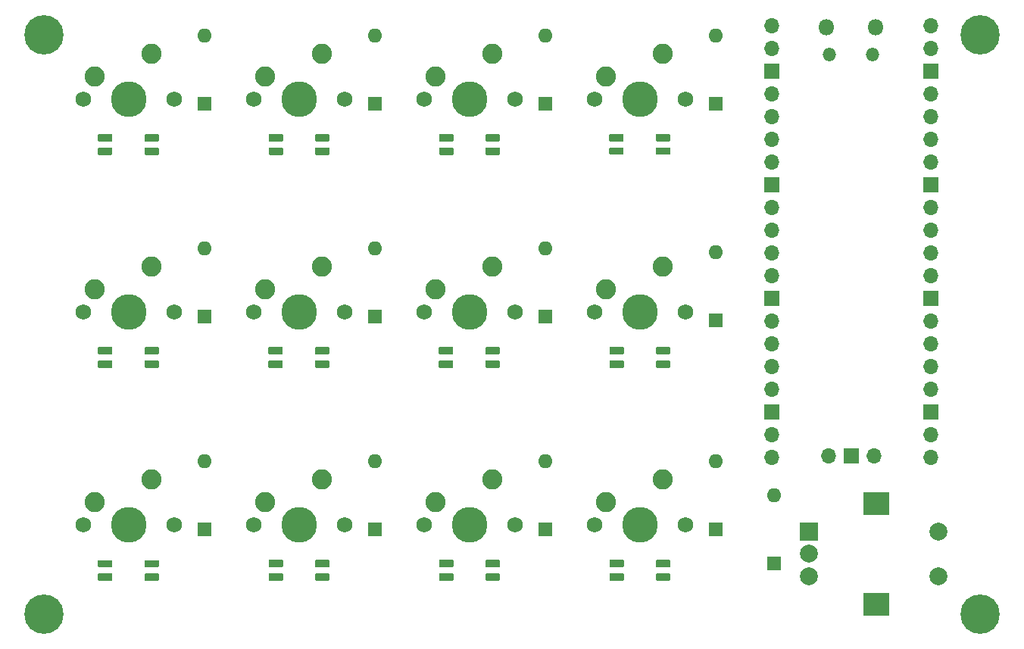
<source format=gbs>
G04 #@! TF.GenerationSoftware,KiCad,Pcbnew,(5.1.10)-1*
G04 #@! TF.CreationDate,2021-11-22T08:37:42+00:00*
G04 #@! TF.ProjectId,EnvMCRO,456e764d-4352-44f2-9e6b-696361645f70,rev?*
G04 #@! TF.SameCoordinates,Original*
G04 #@! TF.FileFunction,Soldermask,Bot*
G04 #@! TF.FilePolarity,Negative*
%FSLAX46Y46*%
G04 Gerber Fmt 4.6, Leading zero omitted, Abs format (unit mm)*
G04 Created by KiCad (PCBNEW (5.1.10)-1) date 2021-11-22 08:37:42*
%MOMM*%
%LPD*%
G01*
G04 APERTURE LIST*
%ADD10R,2.000000X2.000000*%
%ADD11C,2.000000*%
%ADD12R,3.000000X2.500000*%
%ADD13C,2.250000*%
%ADD14C,3.987800*%
%ADD15C,1.750000*%
%ADD16O,1.600000X1.600000*%
%ADD17R,1.600000X1.600000*%
%ADD18O,1.700000X1.700000*%
%ADD19R,1.700000X1.700000*%
%ADD20O,1.500000X1.500000*%
%ADD21O,1.800000X1.800000*%
%ADD22C,4.400000*%
G04 APERTURE END LIST*
G36*
G01*
X73453000Y-53190000D02*
X72017000Y-53190000D01*
G75*
G02*
X71935000Y-53108000I0J82000D01*
G01*
X71935000Y-52452000D01*
G75*
G02*
X72017000Y-52370000I82000J0D01*
G01*
X73453000Y-52370000D01*
G75*
G02*
X73535000Y-52452000I0J-82000D01*
G01*
X73535000Y-53108000D01*
G75*
G02*
X73453000Y-53190000I-82000J0D01*
G01*
G37*
G36*
G01*
X73453000Y-54690000D02*
X72017000Y-54690000D01*
G75*
G02*
X71935000Y-54608000I0J82000D01*
G01*
X71935000Y-53952000D01*
G75*
G02*
X72017000Y-53870000I82000J0D01*
G01*
X73453000Y-53870000D01*
G75*
G02*
X73535000Y-53952000I0J-82000D01*
G01*
X73535000Y-54608000D01*
G75*
G02*
X73453000Y-54690000I-82000J0D01*
G01*
G37*
G36*
G01*
X78653000Y-53190000D02*
X77217000Y-53190000D01*
G75*
G02*
X77135000Y-53108000I0J82000D01*
G01*
X77135000Y-52452000D01*
G75*
G02*
X77217000Y-52370000I82000J0D01*
G01*
X78653000Y-52370000D01*
G75*
G02*
X78735000Y-52452000I0J-82000D01*
G01*
X78735000Y-53108000D01*
G75*
G02*
X78653000Y-53190000I-82000J0D01*
G01*
G37*
G36*
G01*
X78653000Y-54690000D02*
X77217000Y-54690000D01*
G75*
G02*
X77135000Y-54608000I0J82000D01*
G01*
X77135000Y-53952000D01*
G75*
G02*
X77217000Y-53870000I82000J0D01*
G01*
X78653000Y-53870000D01*
G75*
G02*
X78735000Y-53952000I0J-82000D01*
G01*
X78735000Y-54608000D01*
G75*
G02*
X78653000Y-54690000I-82000J0D01*
G01*
G37*
G36*
G01*
X92518000Y-53190000D02*
X91082000Y-53190000D01*
G75*
G02*
X91000000Y-53108000I0J82000D01*
G01*
X91000000Y-52452000D01*
G75*
G02*
X91082000Y-52370000I82000J0D01*
G01*
X92518000Y-52370000D01*
G75*
G02*
X92600000Y-52452000I0J-82000D01*
G01*
X92600000Y-53108000D01*
G75*
G02*
X92518000Y-53190000I-82000J0D01*
G01*
G37*
G36*
G01*
X92518000Y-54690000D02*
X91082000Y-54690000D01*
G75*
G02*
X91000000Y-54608000I0J82000D01*
G01*
X91000000Y-53952000D01*
G75*
G02*
X91082000Y-53870000I82000J0D01*
G01*
X92518000Y-53870000D01*
G75*
G02*
X92600000Y-53952000I0J-82000D01*
G01*
X92600000Y-54608000D01*
G75*
G02*
X92518000Y-54690000I-82000J0D01*
G01*
G37*
G36*
G01*
X97718000Y-53190000D02*
X96282000Y-53190000D01*
G75*
G02*
X96200000Y-53108000I0J82000D01*
G01*
X96200000Y-52452000D01*
G75*
G02*
X96282000Y-52370000I82000J0D01*
G01*
X97718000Y-52370000D01*
G75*
G02*
X97800000Y-52452000I0J-82000D01*
G01*
X97800000Y-53108000D01*
G75*
G02*
X97718000Y-53190000I-82000J0D01*
G01*
G37*
G36*
G01*
X97718000Y-54690000D02*
X96282000Y-54690000D01*
G75*
G02*
X96200000Y-54608000I0J82000D01*
G01*
X96200000Y-53952000D01*
G75*
G02*
X96282000Y-53870000I82000J0D01*
G01*
X97718000Y-53870000D01*
G75*
G02*
X97800000Y-53952000I0J-82000D01*
G01*
X97800000Y-54608000D01*
G75*
G02*
X97718000Y-54690000I-82000J0D01*
G01*
G37*
G36*
G01*
X111568000Y-53190000D02*
X110132000Y-53190000D01*
G75*
G02*
X110050000Y-53108000I0J82000D01*
G01*
X110050000Y-52452000D01*
G75*
G02*
X110132000Y-52370000I82000J0D01*
G01*
X111568000Y-52370000D01*
G75*
G02*
X111650000Y-52452000I0J-82000D01*
G01*
X111650000Y-53108000D01*
G75*
G02*
X111568000Y-53190000I-82000J0D01*
G01*
G37*
G36*
G01*
X111568000Y-54690000D02*
X110132000Y-54690000D01*
G75*
G02*
X110050000Y-54608000I0J82000D01*
G01*
X110050000Y-53952000D01*
G75*
G02*
X110132000Y-53870000I82000J0D01*
G01*
X111568000Y-53870000D01*
G75*
G02*
X111650000Y-53952000I0J-82000D01*
G01*
X111650000Y-54608000D01*
G75*
G02*
X111568000Y-54690000I-82000J0D01*
G01*
G37*
G36*
G01*
X116768000Y-53190000D02*
X115332000Y-53190000D01*
G75*
G02*
X115250000Y-53108000I0J82000D01*
G01*
X115250000Y-52452000D01*
G75*
G02*
X115332000Y-52370000I82000J0D01*
G01*
X116768000Y-52370000D01*
G75*
G02*
X116850000Y-52452000I0J-82000D01*
G01*
X116850000Y-53108000D01*
G75*
G02*
X116768000Y-53190000I-82000J0D01*
G01*
G37*
G36*
G01*
X116768000Y-54690000D02*
X115332000Y-54690000D01*
G75*
G02*
X115250000Y-54608000I0J82000D01*
G01*
X115250000Y-53952000D01*
G75*
G02*
X115332000Y-53870000I82000J0D01*
G01*
X116768000Y-53870000D01*
G75*
G02*
X116850000Y-53952000I0J-82000D01*
G01*
X116850000Y-54608000D01*
G75*
G02*
X116768000Y-54690000I-82000J0D01*
G01*
G37*
G36*
G01*
X130603000Y-53175000D02*
X129167000Y-53175000D01*
G75*
G02*
X129085000Y-53093000I0J82000D01*
G01*
X129085000Y-52437000D01*
G75*
G02*
X129167000Y-52355000I82000J0D01*
G01*
X130603000Y-52355000D01*
G75*
G02*
X130685000Y-52437000I0J-82000D01*
G01*
X130685000Y-53093000D01*
G75*
G02*
X130603000Y-53175000I-82000J0D01*
G01*
G37*
G36*
G01*
X130603000Y-54675000D02*
X129167000Y-54675000D01*
G75*
G02*
X129085000Y-54593000I0J82000D01*
G01*
X129085000Y-53937000D01*
G75*
G02*
X129167000Y-53855000I82000J0D01*
G01*
X130603000Y-53855000D01*
G75*
G02*
X130685000Y-53937000I0J-82000D01*
G01*
X130685000Y-54593000D01*
G75*
G02*
X130603000Y-54675000I-82000J0D01*
G01*
G37*
G36*
G01*
X135803000Y-53175000D02*
X134367000Y-53175000D01*
G75*
G02*
X134285000Y-53093000I0J82000D01*
G01*
X134285000Y-52437000D01*
G75*
G02*
X134367000Y-52355000I82000J0D01*
G01*
X135803000Y-52355000D01*
G75*
G02*
X135885000Y-52437000I0J-82000D01*
G01*
X135885000Y-53093000D01*
G75*
G02*
X135803000Y-53175000I-82000J0D01*
G01*
G37*
G36*
G01*
X135803000Y-54675000D02*
X134367000Y-54675000D01*
G75*
G02*
X134285000Y-54593000I0J82000D01*
G01*
X134285000Y-53937000D01*
G75*
G02*
X134367000Y-53855000I82000J0D01*
G01*
X135803000Y-53855000D01*
G75*
G02*
X135885000Y-53937000I0J-82000D01*
G01*
X135885000Y-54593000D01*
G75*
G02*
X135803000Y-54675000I-82000J0D01*
G01*
G37*
G36*
G01*
X73453000Y-76987500D02*
X72017000Y-76987500D01*
G75*
G02*
X71935000Y-76905500I0J82000D01*
G01*
X71935000Y-76249500D01*
G75*
G02*
X72017000Y-76167500I82000J0D01*
G01*
X73453000Y-76167500D01*
G75*
G02*
X73535000Y-76249500I0J-82000D01*
G01*
X73535000Y-76905500D01*
G75*
G02*
X73453000Y-76987500I-82000J0D01*
G01*
G37*
G36*
G01*
X73453000Y-78487500D02*
X72017000Y-78487500D01*
G75*
G02*
X71935000Y-78405500I0J82000D01*
G01*
X71935000Y-77749500D01*
G75*
G02*
X72017000Y-77667500I82000J0D01*
G01*
X73453000Y-77667500D01*
G75*
G02*
X73535000Y-77749500I0J-82000D01*
G01*
X73535000Y-78405500D01*
G75*
G02*
X73453000Y-78487500I-82000J0D01*
G01*
G37*
G36*
G01*
X78653000Y-76987500D02*
X77217000Y-76987500D01*
G75*
G02*
X77135000Y-76905500I0J82000D01*
G01*
X77135000Y-76249500D01*
G75*
G02*
X77217000Y-76167500I82000J0D01*
G01*
X78653000Y-76167500D01*
G75*
G02*
X78735000Y-76249500I0J-82000D01*
G01*
X78735000Y-76905500D01*
G75*
G02*
X78653000Y-76987500I-82000J0D01*
G01*
G37*
G36*
G01*
X78653000Y-78487500D02*
X77217000Y-78487500D01*
G75*
G02*
X77135000Y-78405500I0J82000D01*
G01*
X77135000Y-77749500D01*
G75*
G02*
X77217000Y-77667500I82000J0D01*
G01*
X78653000Y-77667500D01*
G75*
G02*
X78735000Y-77749500I0J-82000D01*
G01*
X78735000Y-78405500D01*
G75*
G02*
X78653000Y-78487500I-82000J0D01*
G01*
G37*
G36*
G01*
X92503000Y-76987500D02*
X91067000Y-76987500D01*
G75*
G02*
X90985000Y-76905500I0J82000D01*
G01*
X90985000Y-76249500D01*
G75*
G02*
X91067000Y-76167500I82000J0D01*
G01*
X92503000Y-76167500D01*
G75*
G02*
X92585000Y-76249500I0J-82000D01*
G01*
X92585000Y-76905500D01*
G75*
G02*
X92503000Y-76987500I-82000J0D01*
G01*
G37*
G36*
G01*
X92503000Y-78487500D02*
X91067000Y-78487500D01*
G75*
G02*
X90985000Y-78405500I0J82000D01*
G01*
X90985000Y-77749500D01*
G75*
G02*
X91067000Y-77667500I82000J0D01*
G01*
X92503000Y-77667500D01*
G75*
G02*
X92585000Y-77749500I0J-82000D01*
G01*
X92585000Y-78405500D01*
G75*
G02*
X92503000Y-78487500I-82000J0D01*
G01*
G37*
G36*
G01*
X97703000Y-76987500D02*
X96267000Y-76987500D01*
G75*
G02*
X96185000Y-76905500I0J82000D01*
G01*
X96185000Y-76249500D01*
G75*
G02*
X96267000Y-76167500I82000J0D01*
G01*
X97703000Y-76167500D01*
G75*
G02*
X97785000Y-76249500I0J-82000D01*
G01*
X97785000Y-76905500D01*
G75*
G02*
X97703000Y-76987500I-82000J0D01*
G01*
G37*
G36*
G01*
X97703000Y-78487500D02*
X96267000Y-78487500D01*
G75*
G02*
X96185000Y-78405500I0J82000D01*
G01*
X96185000Y-77749500D01*
G75*
G02*
X96267000Y-77667500I82000J0D01*
G01*
X97703000Y-77667500D01*
G75*
G02*
X97785000Y-77749500I0J-82000D01*
G01*
X97785000Y-78405500D01*
G75*
G02*
X97703000Y-78487500I-82000J0D01*
G01*
G37*
G36*
G01*
X111553000Y-76987500D02*
X110117000Y-76987500D01*
G75*
G02*
X110035000Y-76905500I0J82000D01*
G01*
X110035000Y-76249500D01*
G75*
G02*
X110117000Y-76167500I82000J0D01*
G01*
X111553000Y-76167500D01*
G75*
G02*
X111635000Y-76249500I0J-82000D01*
G01*
X111635000Y-76905500D01*
G75*
G02*
X111553000Y-76987500I-82000J0D01*
G01*
G37*
G36*
G01*
X111553000Y-78487500D02*
X110117000Y-78487500D01*
G75*
G02*
X110035000Y-78405500I0J82000D01*
G01*
X110035000Y-77749500D01*
G75*
G02*
X110117000Y-77667500I82000J0D01*
G01*
X111553000Y-77667500D01*
G75*
G02*
X111635000Y-77749500I0J-82000D01*
G01*
X111635000Y-78405500D01*
G75*
G02*
X111553000Y-78487500I-82000J0D01*
G01*
G37*
G36*
G01*
X116753000Y-76987500D02*
X115317000Y-76987500D01*
G75*
G02*
X115235000Y-76905500I0J82000D01*
G01*
X115235000Y-76249500D01*
G75*
G02*
X115317000Y-76167500I82000J0D01*
G01*
X116753000Y-76167500D01*
G75*
G02*
X116835000Y-76249500I0J-82000D01*
G01*
X116835000Y-76905500D01*
G75*
G02*
X116753000Y-76987500I-82000J0D01*
G01*
G37*
G36*
G01*
X116753000Y-78487500D02*
X115317000Y-78487500D01*
G75*
G02*
X115235000Y-78405500I0J82000D01*
G01*
X115235000Y-77749500D01*
G75*
G02*
X115317000Y-77667500I82000J0D01*
G01*
X116753000Y-77667500D01*
G75*
G02*
X116835000Y-77749500I0J-82000D01*
G01*
X116835000Y-78405500D01*
G75*
G02*
X116753000Y-78487500I-82000J0D01*
G01*
G37*
G36*
G01*
X130618000Y-76990000D02*
X129182000Y-76990000D01*
G75*
G02*
X129100000Y-76908000I0J82000D01*
G01*
X129100000Y-76252000D01*
G75*
G02*
X129182000Y-76170000I82000J0D01*
G01*
X130618000Y-76170000D01*
G75*
G02*
X130700000Y-76252000I0J-82000D01*
G01*
X130700000Y-76908000D01*
G75*
G02*
X130618000Y-76990000I-82000J0D01*
G01*
G37*
G36*
G01*
X130618000Y-78490000D02*
X129182000Y-78490000D01*
G75*
G02*
X129100000Y-78408000I0J82000D01*
G01*
X129100000Y-77752000D01*
G75*
G02*
X129182000Y-77670000I82000J0D01*
G01*
X130618000Y-77670000D01*
G75*
G02*
X130700000Y-77752000I0J-82000D01*
G01*
X130700000Y-78408000D01*
G75*
G02*
X130618000Y-78490000I-82000J0D01*
G01*
G37*
G36*
G01*
X135818000Y-76990000D02*
X134382000Y-76990000D01*
G75*
G02*
X134300000Y-76908000I0J82000D01*
G01*
X134300000Y-76252000D01*
G75*
G02*
X134382000Y-76170000I82000J0D01*
G01*
X135818000Y-76170000D01*
G75*
G02*
X135900000Y-76252000I0J-82000D01*
G01*
X135900000Y-76908000D01*
G75*
G02*
X135818000Y-76990000I-82000J0D01*
G01*
G37*
G36*
G01*
X135818000Y-78490000D02*
X134382000Y-78490000D01*
G75*
G02*
X134300000Y-78408000I0J82000D01*
G01*
X134300000Y-77752000D01*
G75*
G02*
X134382000Y-77670000I82000J0D01*
G01*
X135818000Y-77670000D01*
G75*
G02*
X135900000Y-77752000I0J-82000D01*
G01*
X135900000Y-78408000D01*
G75*
G02*
X135818000Y-78490000I-82000J0D01*
G01*
G37*
G36*
G01*
X73453000Y-100800000D02*
X72017000Y-100800000D01*
G75*
G02*
X71935000Y-100718000I0J82000D01*
G01*
X71935000Y-100062000D01*
G75*
G02*
X72017000Y-99980000I82000J0D01*
G01*
X73453000Y-99980000D01*
G75*
G02*
X73535000Y-100062000I0J-82000D01*
G01*
X73535000Y-100718000D01*
G75*
G02*
X73453000Y-100800000I-82000J0D01*
G01*
G37*
G36*
G01*
X73453000Y-102300000D02*
X72017000Y-102300000D01*
G75*
G02*
X71935000Y-102218000I0J82000D01*
G01*
X71935000Y-101562000D01*
G75*
G02*
X72017000Y-101480000I82000J0D01*
G01*
X73453000Y-101480000D01*
G75*
G02*
X73535000Y-101562000I0J-82000D01*
G01*
X73535000Y-102218000D01*
G75*
G02*
X73453000Y-102300000I-82000J0D01*
G01*
G37*
G36*
G01*
X78653000Y-100800000D02*
X77217000Y-100800000D01*
G75*
G02*
X77135000Y-100718000I0J82000D01*
G01*
X77135000Y-100062000D01*
G75*
G02*
X77217000Y-99980000I82000J0D01*
G01*
X78653000Y-99980000D01*
G75*
G02*
X78735000Y-100062000I0J-82000D01*
G01*
X78735000Y-100718000D01*
G75*
G02*
X78653000Y-100800000I-82000J0D01*
G01*
G37*
G36*
G01*
X78653000Y-102300000D02*
X77217000Y-102300000D01*
G75*
G02*
X77135000Y-102218000I0J82000D01*
G01*
X77135000Y-101562000D01*
G75*
G02*
X77217000Y-101480000I82000J0D01*
G01*
X78653000Y-101480000D01*
G75*
G02*
X78735000Y-101562000I0J-82000D01*
G01*
X78735000Y-102218000D01*
G75*
G02*
X78653000Y-102300000I-82000J0D01*
G01*
G37*
G36*
G01*
X111568000Y-100790000D02*
X110132000Y-100790000D01*
G75*
G02*
X110050000Y-100708000I0J82000D01*
G01*
X110050000Y-100052000D01*
G75*
G02*
X110132000Y-99970000I82000J0D01*
G01*
X111568000Y-99970000D01*
G75*
G02*
X111650000Y-100052000I0J-82000D01*
G01*
X111650000Y-100708000D01*
G75*
G02*
X111568000Y-100790000I-82000J0D01*
G01*
G37*
G36*
G01*
X111568000Y-102290000D02*
X110132000Y-102290000D01*
G75*
G02*
X110050000Y-102208000I0J82000D01*
G01*
X110050000Y-101552000D01*
G75*
G02*
X110132000Y-101470000I82000J0D01*
G01*
X111568000Y-101470000D01*
G75*
G02*
X111650000Y-101552000I0J-82000D01*
G01*
X111650000Y-102208000D01*
G75*
G02*
X111568000Y-102290000I-82000J0D01*
G01*
G37*
G36*
G01*
X116768000Y-100790000D02*
X115332000Y-100790000D01*
G75*
G02*
X115250000Y-100708000I0J82000D01*
G01*
X115250000Y-100052000D01*
G75*
G02*
X115332000Y-99970000I82000J0D01*
G01*
X116768000Y-99970000D01*
G75*
G02*
X116850000Y-100052000I0J-82000D01*
G01*
X116850000Y-100708000D01*
G75*
G02*
X116768000Y-100790000I-82000J0D01*
G01*
G37*
G36*
G01*
X116768000Y-102290000D02*
X115332000Y-102290000D01*
G75*
G02*
X115250000Y-102208000I0J82000D01*
G01*
X115250000Y-101552000D01*
G75*
G02*
X115332000Y-101470000I82000J0D01*
G01*
X116768000Y-101470000D01*
G75*
G02*
X116850000Y-101552000I0J-82000D01*
G01*
X116850000Y-102208000D01*
G75*
G02*
X116768000Y-102290000I-82000J0D01*
G01*
G37*
G36*
G01*
X130618000Y-100790000D02*
X129182000Y-100790000D01*
G75*
G02*
X129100000Y-100708000I0J82000D01*
G01*
X129100000Y-100052000D01*
G75*
G02*
X129182000Y-99970000I82000J0D01*
G01*
X130618000Y-99970000D01*
G75*
G02*
X130700000Y-100052000I0J-82000D01*
G01*
X130700000Y-100708000D01*
G75*
G02*
X130618000Y-100790000I-82000J0D01*
G01*
G37*
G36*
G01*
X130618000Y-102290000D02*
X129182000Y-102290000D01*
G75*
G02*
X129100000Y-102208000I0J82000D01*
G01*
X129100000Y-101552000D01*
G75*
G02*
X129182000Y-101470000I82000J0D01*
G01*
X130618000Y-101470000D01*
G75*
G02*
X130700000Y-101552000I0J-82000D01*
G01*
X130700000Y-102208000D01*
G75*
G02*
X130618000Y-102290000I-82000J0D01*
G01*
G37*
G36*
G01*
X135818000Y-100790000D02*
X134382000Y-100790000D01*
G75*
G02*
X134300000Y-100708000I0J82000D01*
G01*
X134300000Y-100052000D01*
G75*
G02*
X134382000Y-99970000I82000J0D01*
G01*
X135818000Y-99970000D01*
G75*
G02*
X135900000Y-100052000I0J-82000D01*
G01*
X135900000Y-100708000D01*
G75*
G02*
X135818000Y-100790000I-82000J0D01*
G01*
G37*
G36*
G01*
X135818000Y-102290000D02*
X134382000Y-102290000D01*
G75*
G02*
X134300000Y-102208000I0J82000D01*
G01*
X134300000Y-101552000D01*
G75*
G02*
X134382000Y-101470000I82000J0D01*
G01*
X135818000Y-101470000D01*
G75*
G02*
X135900000Y-101552000I0J-82000D01*
G01*
X135900000Y-102208000D01*
G75*
G02*
X135818000Y-102290000I-82000J0D01*
G01*
G37*
G36*
G01*
X92518000Y-100790000D02*
X91082000Y-100790000D01*
G75*
G02*
X91000000Y-100708000I0J82000D01*
G01*
X91000000Y-100052000D01*
G75*
G02*
X91082000Y-99970000I82000J0D01*
G01*
X92518000Y-99970000D01*
G75*
G02*
X92600000Y-100052000I0J-82000D01*
G01*
X92600000Y-100708000D01*
G75*
G02*
X92518000Y-100790000I-82000J0D01*
G01*
G37*
G36*
G01*
X92518000Y-102290000D02*
X91082000Y-102290000D01*
G75*
G02*
X91000000Y-102208000I0J82000D01*
G01*
X91000000Y-101552000D01*
G75*
G02*
X91082000Y-101470000I82000J0D01*
G01*
X92518000Y-101470000D01*
G75*
G02*
X92600000Y-101552000I0J-82000D01*
G01*
X92600000Y-102208000D01*
G75*
G02*
X92518000Y-102290000I-82000J0D01*
G01*
G37*
G36*
G01*
X97718000Y-100790000D02*
X96282000Y-100790000D01*
G75*
G02*
X96200000Y-100708000I0J82000D01*
G01*
X96200000Y-100052000D01*
G75*
G02*
X96282000Y-99970000I82000J0D01*
G01*
X97718000Y-99970000D01*
G75*
G02*
X97800000Y-100052000I0J-82000D01*
G01*
X97800000Y-100708000D01*
G75*
G02*
X97718000Y-100790000I-82000J0D01*
G01*
G37*
G36*
G01*
X97718000Y-102290000D02*
X96282000Y-102290000D01*
G75*
G02*
X96200000Y-102208000I0J82000D01*
G01*
X96200000Y-101552000D01*
G75*
G02*
X96282000Y-101470000I82000J0D01*
G01*
X97718000Y-101470000D01*
G75*
G02*
X97800000Y-101552000I0J-82000D01*
G01*
X97800000Y-102208000D01*
G75*
G02*
X97718000Y-102290000I-82000J0D01*
G01*
G37*
D10*
X151400000Y-96800000D03*
D11*
X151400000Y-99300000D03*
X151400000Y-101800000D03*
D12*
X158900000Y-93700000D03*
X158900000Y-104900000D03*
D11*
X165900000Y-96800000D03*
X165900000Y-101800000D03*
D13*
X96925000Y-43355000D03*
D14*
X94385000Y-48435000D03*
D13*
X90575000Y-45895000D03*
D15*
X89305000Y-48435000D03*
X99465000Y-48435000D03*
D13*
X135025000Y-43355000D03*
D14*
X132485000Y-48435000D03*
D13*
X128675000Y-45895000D03*
D15*
X127405000Y-48435000D03*
X137565000Y-48435000D03*
D13*
X77875000Y-67167500D03*
D14*
X75335000Y-72247500D03*
D13*
X71525000Y-69707500D03*
D15*
X70255000Y-72247500D03*
X80415000Y-72247500D03*
D13*
X96925000Y-67167500D03*
D14*
X94385000Y-72247500D03*
D13*
X90575000Y-69707500D03*
D15*
X89305000Y-72247500D03*
X99465000Y-72247500D03*
D13*
X115975000Y-67167500D03*
D14*
X113435000Y-72247500D03*
D13*
X109625000Y-69707500D03*
D15*
X108355000Y-72247500D03*
X118515000Y-72247500D03*
D13*
X135025000Y-67167500D03*
D14*
X132485000Y-72247500D03*
D13*
X128675000Y-69707500D03*
D15*
X127405000Y-72247500D03*
X137565000Y-72247500D03*
D13*
X77875000Y-90980000D03*
D14*
X75335000Y-96060000D03*
D13*
X71525000Y-93520000D03*
D15*
X70255000Y-96060000D03*
X80415000Y-96060000D03*
D13*
X96925000Y-90980000D03*
D14*
X94385000Y-96060000D03*
D13*
X90575000Y-93520000D03*
D15*
X89305000Y-96060000D03*
X99465000Y-96060000D03*
D13*
X115975000Y-90980000D03*
D14*
X113435000Y-96060000D03*
D13*
X109625000Y-93520000D03*
D15*
X108355000Y-96060000D03*
X118515000Y-96060000D03*
D16*
X83860000Y-41315000D03*
D17*
X83860000Y-48935000D03*
D16*
X102910000Y-41315000D03*
D17*
X102910000Y-48935000D03*
D16*
X121960000Y-41315000D03*
D17*
X121960000Y-48935000D03*
D16*
X141010000Y-41315000D03*
D17*
X141010000Y-48935000D03*
D16*
X83860000Y-65127500D03*
D17*
X83860000Y-72747500D03*
D16*
X102910000Y-65127500D03*
D17*
X102910000Y-72747500D03*
D16*
X121960000Y-65127500D03*
D17*
X121960000Y-72747500D03*
D16*
X141010000Y-65527500D03*
D17*
X141010000Y-73147500D03*
D16*
X83860000Y-88940000D03*
D17*
X83860000Y-96560000D03*
D16*
X102910000Y-88940000D03*
D17*
X102910000Y-96560000D03*
D16*
X121960000Y-88940000D03*
D17*
X121960000Y-96560000D03*
D16*
X141010000Y-88940000D03*
D17*
X141010000Y-96560000D03*
D13*
X77875000Y-43355000D03*
D14*
X75335000Y-48435000D03*
D13*
X71525000Y-45895000D03*
D15*
X70255000Y-48435000D03*
X80415000Y-48435000D03*
D13*
X115975000Y-43355000D03*
D14*
X113435000Y-48435000D03*
D13*
X109625000Y-45895000D03*
D15*
X108355000Y-48435000D03*
X118515000Y-48435000D03*
D18*
X158640000Y-88300000D03*
D19*
X156100000Y-88300000D03*
D18*
X153560000Y-88300000D03*
D20*
X158525000Y-43430000D03*
X153675000Y-43430000D03*
D21*
X158825000Y-40400000D03*
X153375000Y-40400000D03*
D18*
X164990000Y-40270000D03*
X164990000Y-42810000D03*
D19*
X164990000Y-45350000D03*
D18*
X164990000Y-47890000D03*
X164990000Y-50430000D03*
X164990000Y-52970000D03*
X164990000Y-55510000D03*
D19*
X164990000Y-58050000D03*
D18*
X164990000Y-60590000D03*
X164990000Y-63130000D03*
X164990000Y-65670000D03*
X164990000Y-68210000D03*
D19*
X164990000Y-70750000D03*
D18*
X164990000Y-73290000D03*
X164990000Y-75830000D03*
X164990000Y-78370000D03*
X164990000Y-80910000D03*
D19*
X164990000Y-83450000D03*
D18*
X164990000Y-85990000D03*
X164990000Y-88530000D03*
X147210000Y-88530000D03*
X147210000Y-85990000D03*
D19*
X147210000Y-83450000D03*
D18*
X147210000Y-80910000D03*
X147210000Y-78370000D03*
X147210000Y-75830000D03*
X147210000Y-73290000D03*
D19*
X147210000Y-70750000D03*
D18*
X147210000Y-68210000D03*
X147210000Y-65670000D03*
X147210000Y-63130000D03*
X147210000Y-60590000D03*
D19*
X147210000Y-58050000D03*
D18*
X147210000Y-55510000D03*
X147210000Y-52970000D03*
X147210000Y-50430000D03*
X147210000Y-47890000D03*
D19*
X147210000Y-45350000D03*
D18*
X147210000Y-42810000D03*
X147210000Y-40270000D03*
D13*
X135025000Y-90980000D03*
D14*
X132485000Y-96060000D03*
D13*
X128675000Y-93520000D03*
D15*
X127405000Y-96060000D03*
X137565000Y-96060000D03*
D16*
X147500000Y-92700000D03*
D17*
X147500000Y-100320000D03*
D22*
X170500000Y-41300000D03*
X65900000Y-106000000D03*
X65900000Y-41300000D03*
X170500000Y-106000000D03*
M02*

</source>
